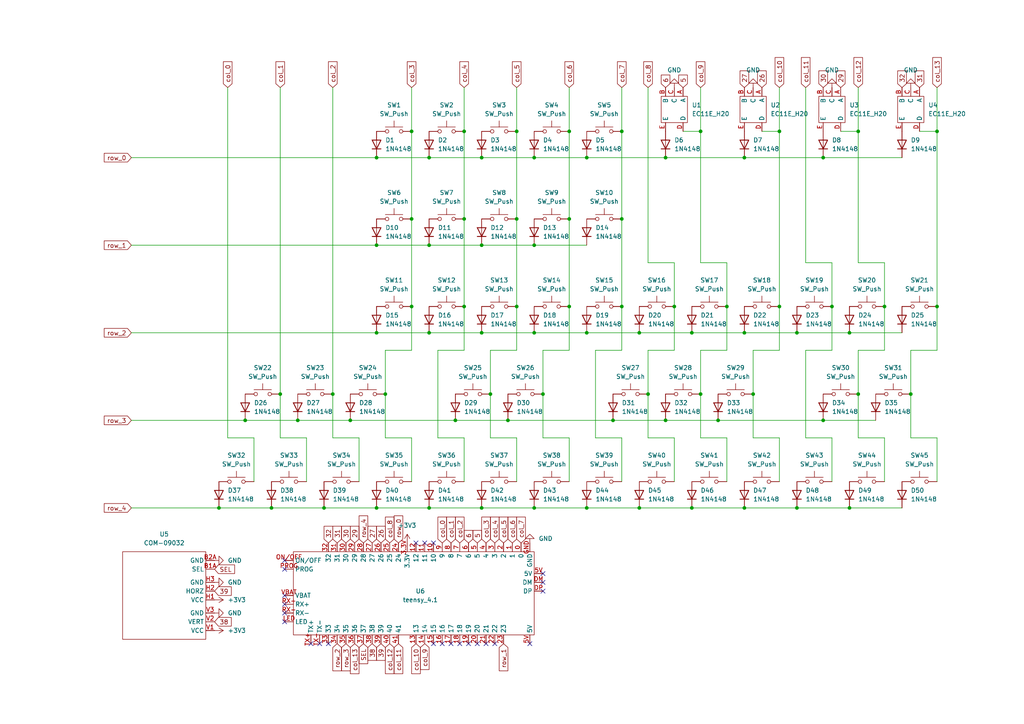
<source format=kicad_sch>
(kicad_sch (version 20211123) (generator eeschema)
  (paper "A4")
  (junction (at 119.38 38.1))
  (junction (at 134.62 38.1))
  (junction (at 203.2 38.1))
  (junction (at 81.28 114.3))
  (junction (at 264.16 114.3))
  (junction (at 149.86 63.5))
  (junction (at 86.36 121.92))
  (junction (at 63.5 147.32))
  (junction (at 111.76 114.3))
  (junction (at 157.48 114.3))
  (junction (at 246.38 147.32))
  (junction (at 271.78 38.1))
  (junction (at 71.12 121.92))
  (junction (at 132.08 121.92))
  (junction (at 96.52 114.3))
  (junction (at 193.04 45.72))
  (junction (at 165.1 63.5))
  (junction (at 177.8 121.92))
  (junction (at 215.9 96.52))
  (junction (at 109.22 147.32))
  (junction (at 93.98 147.32))
  (junction (at 165.1 88.9))
  (junction (at 180.34 88.9))
  (junction (at 218.44 114.3))
  (junction (at 109.22 45.72))
  (junction (at 119.38 63.5))
  (junction (at 187.96 114.3))
  (junction (at 226.06 88.9))
  (junction (at 139.7 71.12))
  (junction (at 248.92 38.1))
  (junction (at 134.62 88.9))
  (junction (at 241.3 88.9))
  (junction (at 149.86 88.9))
  (junction (at 154.94 45.72))
  (junction (at 154.94 147.32))
  (junction (at 231.14 147.32))
  (junction (at 271.78 88.9))
  (junction (at 193.04 121.92))
  (junction (at 208.28 121.92))
  (junction (at 165.1 38.1))
  (junction (at 195.58 88.9))
  (junction (at 154.94 71.12))
  (junction (at 200.66 147.32))
  (junction (at 139.7 147.32))
  (junction (at 238.76 45.72))
  (junction (at 124.46 147.32))
  (junction (at 78.74 147.32))
  (junction (at 170.18 45.72))
  (junction (at 185.42 147.32))
  (junction (at 246.38 96.52))
  (junction (at 170.18 96.52))
  (junction (at 124.46 45.72))
  (junction (at 170.18 147.32))
  (junction (at 119.38 88.9))
  (junction (at 124.46 96.52))
  (junction (at 142.24 114.3))
  (junction (at 101.6 121.92))
  (junction (at 109.22 96.52))
  (junction (at 256.54 88.9))
  (junction (at 147.32 121.92))
  (junction (at 124.46 71.12))
  (junction (at 231.14 96.52))
  (junction (at 139.7 45.72))
  (junction (at 180.34 38.1))
  (junction (at 210.82 88.9))
  (junction (at 215.9 147.32))
  (junction (at 215.9 45.72))
  (junction (at 248.92 114.3))
  (junction (at 180.34 63.5))
  (junction (at 134.62 63.5))
  (junction (at 200.66 96.52))
  (junction (at 139.7 96.52))
  (junction (at 149.86 38.1))
  (junction (at 185.42 96.52))
  (junction (at 203.2 114.3))
  (junction (at 226.06 38.1))
  (junction (at 109.22 71.12))
  (junction (at 154.94 96.52))
  (junction (at 238.76 121.92))
  (no_connect (at 82.55 180.34))
  (no_connect (at 82.55 177.8))
  (no_connect (at 82.55 175.26))
  (no_connect (at 82.55 172.72))
  (no_connect (at 82.55 165.1))
  (no_connect (at 125.73 157.48))
  (no_connect (at 123.19 157.48))
  (no_connect (at 120.65 157.48))
  (no_connect (at 157.48 171.45))
  (no_connect (at 157.48 168.91))
  (no_connect (at 157.48 166.37))
  (no_connect (at 125.73 186.69))
  (no_connect (at 140.97 186.69))
  (no_connect (at 138.43 186.69))
  (no_connect (at 153.67 186.69))
  (no_connect (at 143.51 186.69))
  (no_connect (at 135.89 186.69))
  (no_connect (at 90.17 186.69))
  (no_connect (at 95.25 186.69))
  (no_connect (at 92.71 186.69))
  (no_connect (at 133.35 186.69))
  (no_connect (at 128.27 186.69))
  (no_connect (at 130.81 186.69))
  (no_connect (at 82.55 162.56))
  (wire (pts (xy 165.1 88.9) (xy 165.1 101.6)))
  (wire (pts (xy 180.34 88.9) (xy 180.34 101.6)))
  (wire (pts (xy 218.44 101.6) (xy 226.06 101.6)))
  (wire (pts (xy 157.48 127) (xy 165.1 127)))
  (wire (pts (xy 203.2 25.4) (xy 203.2 38.1)))
  (wire (pts (xy 139.7 147.32) (xy 154.94 147.32)))
  (wire (pts (xy 157.48 101.6) (xy 157.48 114.3)))
  (wire (pts (xy 134.62 127) (xy 134.62 139.7)))
  (wire (pts (xy 220.98 38.1) (xy 226.06 38.1)))
  (wire (pts (xy 241.3 76.2) (xy 241.3 88.9)))
  (wire (pts (xy 187.96 101.6) (xy 187.96 114.3)))
  (wire (pts (xy 200.66 96.52) (xy 215.9 96.52)))
  (wire (pts (xy 195.58 127) (xy 195.58 139.7)))
  (wire (pts (xy 187.96 127) (xy 195.58 127)))
  (wire (pts (xy 180.34 38.1) (xy 180.34 63.5)))
  (wire (pts (xy 134.62 25.4) (xy 134.62 38.1)))
  (wire (pts (xy 271.78 38.1) (xy 271.78 88.9)))
  (wire (pts (xy 187.96 101.6) (xy 195.58 101.6)))
  (wire (pts (xy 96.52 127) (xy 104.14 127)))
  (wire (pts (xy 271.78 25.4) (xy 271.78 38.1)))
  (wire (pts (xy 256.54 127) (xy 256.54 139.7)))
  (wire (pts (xy 124.46 71.12) (xy 139.7 71.12)))
  (wire (pts (xy 154.94 96.52) (xy 170.18 96.52)))
  (wire (pts (xy 198.12 38.1) (xy 203.2 38.1)))
  (wire (pts (xy 71.12 121.92) (xy 86.36 121.92)))
  (wire (pts (xy 210.82 76.2) (xy 203.2 76.2)))
  (wire (pts (xy 63.5 147.32) (xy 78.74 147.32)))
  (wire (pts (xy 134.62 127) (xy 127 127)))
  (wire (pts (xy 142.24 101.6) (xy 149.86 101.6)))
  (wire (pts (xy 218.44 127) (xy 226.06 127)))
  (wire (pts (xy 154.94 147.32) (xy 170.18 147.32)))
  (wire (pts (xy 185.42 96.52) (xy 200.66 96.52)))
  (wire (pts (xy 185.42 147.32) (xy 200.66 147.32)))
  (wire (pts (xy 200.66 147.32) (xy 215.9 147.32)))
  (wire (pts (xy 238.76 121.92) (xy 254 121.92)))
  (wire (pts (xy 119.38 25.4) (xy 119.38 38.1)))
  (wire (pts (xy 233.68 25.4) (xy 233.68 76.2)))
  (wire (pts (xy 238.76 45.72) (xy 261.62 45.72)))
  (wire (pts (xy 147.32 121.92) (xy 177.8 121.92)))
  (wire (pts (xy 38.1 71.12) (xy 109.22 71.12)))
  (wire (pts (xy 119.38 38.1) (xy 119.38 63.5)))
  (wire (pts (xy 248.92 25.4) (xy 248.92 38.1)))
  (wire (pts (xy 38.1 147.32) (xy 63.5 147.32)))
  (wire (pts (xy 226.06 38.1) (xy 226.06 88.9)))
  (wire (pts (xy 264.16 114.3) (xy 264.16 127)))
  (wire (pts (xy 231.14 147.32) (xy 246.38 147.32)))
  (wire (pts (xy 226.06 127) (xy 226.06 139.7)))
  (wire (pts (xy 88.9 127) (xy 88.9 139.7)))
  (wire (pts (xy 124.46 45.72) (xy 139.7 45.72)))
  (wire (pts (xy 149.86 127) (xy 149.86 139.7)))
  (wire (pts (xy 139.7 45.72) (xy 154.94 45.72)))
  (wire (pts (xy 154.94 45.72) (xy 170.18 45.72)))
  (wire (pts (xy 241.3 127) (xy 233.68 127)))
  (wire (pts (xy 241.3 127) (xy 241.3 139.7)))
  (wire (pts (xy 195.58 88.9) (xy 195.58 101.6)))
  (wire (pts (xy 195.58 76.2) (xy 187.96 76.2)))
  (wire (pts (xy 38.1 45.72) (xy 109.22 45.72)))
  (wire (pts (xy 203.2 114.3) (xy 203.2 127)))
  (wire (pts (xy 243.84 38.1) (xy 248.92 38.1)))
  (wire (pts (xy 203.2 101.6) (xy 210.82 101.6)))
  (wire (pts (xy 187.96 114.3) (xy 187.96 127)))
  (wire (pts (xy 177.8 121.92) (xy 193.04 121.92)))
  (wire (pts (xy 101.6 121.92) (xy 132.08 121.92)))
  (wire (pts (xy 109.22 45.72) (xy 124.46 45.72)))
  (wire (pts (xy 165.1 38.1) (xy 165.1 63.5)))
  (wire (pts (xy 172.72 101.6) (xy 180.34 101.6)))
  (wire (pts (xy 215.9 45.72) (xy 238.76 45.72)))
  (wire (pts (xy 180.34 25.4) (xy 180.34 38.1)))
  (wire (pts (xy 256.54 76.2) (xy 248.92 76.2)))
  (wire (pts (xy 109.22 96.52) (xy 124.46 96.52)))
  (wire (pts (xy 111.76 114.3) (xy 111.76 127)))
  (wire (pts (xy 73.66 127) (xy 66.04 127)))
  (wire (pts (xy 127 127) (xy 127 101.6)))
  (wire (pts (xy 111.76 127) (xy 119.38 127)))
  (wire (pts (xy 256.54 76.2) (xy 256.54 88.9)))
  (wire (pts (xy 142.24 127) (xy 149.86 127)))
  (wire (pts (xy 86.36 121.92) (xy 101.6 121.92)))
  (wire (pts (xy 142.24 101.6) (xy 142.24 114.3)))
  (wire (pts (xy 81.28 114.3) (xy 81.28 127)))
  (wire (pts (xy 165.1 127) (xy 165.1 139.7)))
  (wire (pts (xy 165.1 25.4) (xy 165.1 38.1)))
  (wire (pts (xy 104.14 127) (xy 104.14 139.7)))
  (wire (pts (xy 203.2 101.6) (xy 203.2 114.3)))
  (wire (pts (xy 78.74 147.32) (xy 93.98 147.32)))
  (wire (pts (xy 149.86 88.9) (xy 149.86 101.6)))
  (wire (pts (xy 264.16 101.6) (xy 271.78 101.6)))
  (wire (pts (xy 215.9 147.32) (xy 231.14 147.32)))
  (wire (pts (xy 81.28 127) (xy 88.9 127)))
  (wire (pts (xy 111.76 101.6) (xy 111.76 114.3)))
  (wire (pts (xy 193.04 121.92) (xy 208.28 121.92)))
  (wire (pts (xy 124.46 147.32) (xy 139.7 147.32)))
  (wire (pts (xy 124.46 96.52) (xy 139.7 96.52)))
  (wire (pts (xy 119.38 127) (xy 119.38 139.7)))
  (wire (pts (xy 226.06 88.9) (xy 226.06 101.6)))
  (wire (pts (xy 248.92 101.6) (xy 248.92 114.3)))
  (wire (pts (xy 96.52 114.3) (xy 96.52 127)))
  (wire (pts (xy 271.78 127) (xy 271.78 139.7)))
  (wire (pts (xy 266.7 38.1) (xy 271.78 38.1)))
  (wire (pts (xy 38.1 96.52) (xy 109.22 96.52)))
  (wire (pts (xy 180.34 127) (xy 180.34 139.7)))
  (wire (pts (xy 157.48 101.6) (xy 165.1 101.6)))
  (wire (pts (xy 215.9 96.52) (xy 231.14 96.52)))
  (wire (pts (xy 96.52 25.4) (xy 96.52 114.3)))
  (wire (pts (xy 226.06 25.4) (xy 226.06 38.1)))
  (wire (pts (xy 172.72 127) (xy 172.72 101.6)))
  (wire (pts (xy 231.14 96.52) (xy 246.38 96.52)))
  (wire (pts (xy 203.2 38.1) (xy 203.2 76.2)))
  (wire (pts (xy 264.16 101.6) (xy 264.16 114.3)))
  (wire (pts (xy 134.62 38.1) (xy 134.62 63.5)))
  (wire (pts (xy 165.1 63.5) (xy 165.1 88.9)))
  (wire (pts (xy 170.18 45.72) (xy 193.04 45.72)))
  (wire (pts (xy 154.94 71.12) (xy 170.18 71.12)))
  (wire (pts (xy 81.28 25.4) (xy 81.28 114.3)))
  (wire (pts (xy 149.86 38.1) (xy 149.86 63.5)))
  (wire (pts (xy 210.82 76.2) (xy 210.82 88.9)))
  (wire (pts (xy 208.28 121.92) (xy 238.76 121.92)))
  (wire (pts (xy 38.1 121.92) (xy 71.12 121.92)))
  (wire (pts (xy 157.48 114.3) (xy 157.48 127)))
  (wire (pts (xy 142.24 114.3) (xy 142.24 127)))
  (wire (pts (xy 132.08 121.92) (xy 147.32 121.92)))
  (wire (pts (xy 111.76 101.6) (xy 119.38 101.6)))
  (wire (pts (xy 210.82 127) (xy 210.82 139.7)))
  (wire (pts (xy 109.22 71.12) (xy 124.46 71.12)))
  (wire (pts (xy 170.18 96.52) (xy 185.42 96.52)))
  (wire (pts (xy 218.44 101.6) (xy 218.44 114.3)))
  (wire (pts (xy 127 101.6) (xy 134.62 101.6)))
  (wire (pts (xy 193.04 45.72) (xy 215.9 45.72)))
  (wire (pts (xy 149.86 63.5) (xy 149.86 88.9)))
  (wire (pts (xy 180.34 127) (xy 172.72 127)))
  (wire (pts (xy 139.7 96.52) (xy 154.94 96.52)))
  (wire (pts (xy 180.34 63.5) (xy 180.34 88.9)))
  (wire (pts (xy 218.44 114.3) (xy 218.44 127)))
  (wire (pts (xy 109.22 147.32) (xy 124.46 147.32)))
  (wire (pts (xy 248.92 38.1) (xy 248.92 76.2)))
  (wire (pts (xy 210.82 88.9) (xy 210.82 101.6)))
  (wire (pts (xy 187.96 25.4) (xy 187.96 76.2)))
  (wire (pts (xy 264.16 127) (xy 271.78 127)))
  (wire (pts (xy 271.78 88.9) (xy 271.78 101.6)))
  (wire (pts (xy 248.92 114.3) (xy 248.92 127)))
  (wire (pts (xy 119.38 88.9) (xy 119.38 101.6)))
  (wire (pts (xy 203.2 127) (xy 210.82 127)))
  (wire (pts (xy 241.3 88.9) (xy 241.3 101.6)))
  (wire (pts (xy 233.68 127) (xy 233.68 101.6)))
  (wire (pts (xy 246.38 96.52) (xy 261.62 96.52)))
  (wire (pts (xy 134.62 63.5) (xy 134.62 88.9)))
  (wire (pts (xy 93.98 147.32) (xy 109.22 147.32)))
  (wire (pts (xy 134.62 88.9) (xy 134.62 101.6)))
  (wire (pts (xy 119.38 63.5) (xy 119.38 88.9)))
  (wire (pts (xy 139.7 71.12) (xy 154.94 71.12)))
  (wire (pts (xy 241.3 76.2) (xy 233.68 76.2)))
  (wire (pts (xy 246.38 147.32) (xy 261.62 147.32)))
  (wire (pts (xy 248.92 101.6) (xy 256.54 101.6)))
  (wire (pts (xy 233.68 101.6) (xy 241.3 101.6)))
  (wire (pts (xy 248.92 127) (xy 256.54 127)))
  (wire (pts (xy 256.54 88.9) (xy 256.54 101.6)))
  (wire (pts (xy 195.58 76.2) (xy 195.58 88.9)))
  (wire (pts (xy 170.18 147.32) (xy 185.42 147.32)))
  (wire (pts (xy 149.86 25.4) (xy 149.86 38.1)))
  (wire (pts (xy 66.04 25.4) (xy 66.04 127)))
  (wire (pts (xy 73.66 127) (xy 73.66 139.7)))
  (global_label "SEL" (shape input) (at 62.23 165.1 0) (property "Intersheet References" "${INTERSHEET_REFS}" (effects hide)))
  (global_label "38" (shape input) (at 107.95 186.69 270) (property "Intersheet References" "${INTERSHEET_REFS}" (effects hide)))
  (global_label "row_1" (shape input) (at 146.05 186.69 270) (property "Intersheet References" "${INTERSHEET_REFS}" (effects hide)))
  (global_label "row_3" (shape input) (at 100.33 186.69 270) (property "Intersheet References" "${INTERSHEET_REFS}" (effects hide)))
  (global_label "col_9" (shape input) (at 123.19 186.69 270) (property "Intersheet References" "${INTERSHEET_REFS}" (effects hide)))
  (global_label "col_13" (shape input) (at 102.87 186.69 270) (property "Intersheet References" "${INTERSHEET_REFS}" (effects hide)))
  (global_label "col_1" (shape input) (at 81.28 25.4 90) (property "Intersheet References" "${INTERSHEET_REFS}" (effects hide)))
  (global_label "5" (shape input) (at 198.12 25.4 90) (property "Intersheet References" "${INTERSHEET_REFS}" (effects hide)))
  (global_label "31" (shape input) (at 97.79 157.48 90) (property "Intersheet References" "${INTERSHEET_REFS}" (effects hide)))
  (global_label "col_2" (shape input) (at 133.35 157.48 90) (property "Intersheet References" "${INTERSHEET_REFS}" (effects hide)))
  (global_label "col_3" (shape input) (at 119.38 25.4 90) (property "Intersheet References" "${INTERSHEET_REFS}" (effects hide)))
  (global_label "col_11" (shape input) (at 115.57 186.69 270) (property "Intersheet References" "${INTERSHEET_REFS}" (effects hide)))
  (global_label "row_1" (shape input) (at 38.1 71.12 180) (property "Intersheet References" "${INTERSHEET_REFS}" (effects hide)))
  (global_label "col_6" (shape input) (at 165.1 25.4 90) (property "Intersheet References" "${INTERSHEET_REFS}" (effects hide)))
  (global_label "31" (shape input) (at 266.7 25.4 90) (property "Intersheet References" "${INTERSHEET_REFS}" (effects hide)))
  (global_label "27" (shape input) (at 215.9 25.4 90) (property "Intersheet References" "${INTERSHEET_REFS}" (effects hide)))
  (global_label "col_0" (shape input) (at 66.04 25.4 90) (property "Intersheet References" "${INTERSHEET_REFS}" (effects hide)))
  (global_label "col_6" (shape input) (at 148.59 157.48 90) (property "Intersheet References" "${INTERSHEET_REFS}" (effects hide)))
  (global_label "26" (shape input) (at 110.49 157.48 90) (property "Intersheet References" "${INTERSHEET_REFS}" (effects hide)))
  (global_label "row_0" (shape input) (at 38.1 45.72 180) (property "Intersheet References" "${INTERSHEET_REFS}" (effects hide)))
  (global_label "col_9" (shape input) (at 203.2 25.4 90) (property "Intersheet References" "${INTERSHEET_REFS}" (effects hide)))
  (global_label "row_2" (shape input) (at 97.79 186.69 270) (property "Intersheet References" "${INTERSHEET_REFS}" (effects hide)))
  (global_label "col_11" (shape input) (at 233.68 25.4 90) (property "Intersheet References" "${INTERSHEET_REFS}" (effects hide)))
  (global_label "row_4" (shape input) (at 38.1 147.32 180) (property "Intersheet References" "${INTERSHEET_REFS}" (effects hide)))
  (global_label "col_10" (shape input) (at 120.65 186.69 270) (property "Intersheet References" "${INTERSHEET_REFS}" (effects hide)))
  (global_label "col_12" (shape input) (at 248.92 25.4 90) (property "Intersheet References" "${INTERSHEET_REFS}" (effects hide)))
  (global_label "col_8" (shape input) (at 187.96 25.4 90) (property "Intersheet References" "${INTERSHEET_REFS}" (effects hide)))
  (global_label "27" (shape input) (at 107.95 157.48 90) (property "Intersheet References" "${INTERSHEET_REFS}" (effects hide)))
  (global_label "col_7" (shape input) (at 180.34 25.4 90) (property "Intersheet References" "${INTERSHEET_REFS}" (effects hide)))
  (global_label "col_8" (shape input) (at 113.03 157.48 90) (property "Intersheet References" "${INTERSHEET_REFS}" (effects hide)))
  (global_label "32" (shape input) (at 95.25 157.48 90) (property "Intersheet References" "${INTERSHEET_REFS}" (effects hide)))
  (global_label "39" (shape input) (at 110.49 186.69 270) (property "Intersheet References" "${INTERSHEET_REFS}" (effects hide)))
  (global_label "col_13" (shape input) (at 271.78 25.4 90) (property "Intersheet References" "${INTERSHEET_REFS}" (effects hide)))
  (global_label "col_5" (shape input) (at 146.05 157.48 90) (property "Intersheet References" "${INTERSHEET_REFS}" (effects hide)))
  (global_label "row_0" (shape input) (at 115.57 157.48 90) (property "Intersheet References" "${INTERSHEET_REFS}" (effects hide)))
  (global_label "SEL" (shape input) (at 105.41 186.69 270) (property "Intersheet References" "${INTERSHEET_REFS}" (effects hide)))
  (global_label "col_5" (shape input) (at 149.86 25.4 90) (property "Intersheet References" "${INTERSHEET_REFS}" (effects hide)))
  (global_label "col_3" (shape input) (at 140.97 157.48 90) (property "Intersheet References" "${INTERSHEET_REFS}" (effects hide)))
  (global_label "col_0" (shape input) (at 128.27 157.48 90) (property "Intersheet References" "${INTERSHEET_REFS}" (effects hide)))
  (global_label "6" (shape input) (at 193.04 25.4 90) (property "Intersheet References" "${INTERSHEET_REFS}" (effects hide)))
  (global_label "col_4" (shape input) (at 134.62 25.4 90) (property "Intersheet References" "${INTERSHEET_REFS}" (effects hide)))
  (global_label "col_7" (shape input) (at 151.13 157.48 90) (property "Intersheet References" "${INTERSHEET_REFS}" (effects hide)))
  (global_label "col_12" (shape input) (at 113.03 186.69 270) (property "Intersheet References" "${INTERSHEET_REFS}" (effects hide)))
  (global_label "row_2" (shape input) (at 38.1 96.52 180) (property "Intersheet References" "${INTERSHEET_REFS}" (effects hide)))
  (global_label "38" (shape input) (at 62.23 180.34 0) (property "Intersheet References" "${INTERSHEET_REFS}" (effects hide)))
  (global_label "39" (shape input) (at 62.23 171.45 0) (property "Intersheet References" "${INTERSHEET_REFS}" (effects hide)))
  (global_label "col_2" (shape input) (at 96.52 25.4 90) (property "Intersheet References" "${INTERSHEET_REFS}" (effects hide)))
  (global_label "col_10" (shape input) (at 226.06 25.4 90) (property "Intersheet References" "${INTERSHEET_REFS}" (effects hide)))
  (global_label "32" (shape input) (at 261.62 25.4 90) (property "Intersheet References" "${INTERSHEET_REFS}" (effects hide)))
  (global_label "29" (shape input) (at 243.84 25.4 90) (property "Intersheet References" "${INTERSHEET_REFS}" (effects hide)))
  (global_label "29" (shape input) (at 102.87 157.48 90) (property "Intersheet References" "${INTERSHEET_REFS}" (effects hide)))
  (global_label "col_4" (shape input) (at 143.51 157.48 90) (property "Intersheet References" "${INTERSHEET_REFS}" (effects hide)))
  (global_label "26" (shape input) (at 220.98 25.4 90) (property "Intersheet References" "${INTERSHEET_REFS}" (effects hide)))
  (global_label "30" (shape input) (at 238.76 25.4 90) (property "Intersheet References" "${INTERSHEET_REFS}" (effects hide)))
  (global_label "30" (shape input) (at 100.33 157.48 90) (property "Intersheet References" "${INTERSHEET_REFS}" (effects hide)))
  (global_label "5" (shape input) (at 138.43 157.48 90) (property "Intersheet References" "${INTERSHEET_REFS}" (effects hide)))
  (global_label "row_4" (shape input) (at 105.41 157.48 90) (property "Intersheet References" "${INTERSHEET_REFS}" (effects hide)))
  (global_label "6" (shape input) (at 135.89 157.48 90) (property "Intersheet References" "${INTERSHEET_REFS}" (effects hide)))
  (global_label "row_3" (shape input) (at 38.1 121.92 180) (property "Intersheet References" "${INTERSHEET_REFS}" (effects hide)))
  (global_label "col_1" (shape input) (at 130.81 157.48 90) (property "Intersheet References" "${INTERSHEET_REFS}" (effects hide)))
  (symbol (lib_id "Diode:1N4148") (at 193.04 118.11 90) (unit 1)
    (property "Reference" "D32" (at 195.58 116.8399 90) (effects (justify right)))
    (property "Value" "1N4148" (at 195.58 119.3799 90) (effects (justify right)))
    (property "Footprint" "Diode_THT:D_DO-35_SOD27_P7.62mm_Horizontal" (effects hide))
    (property "Datasheet" "https://assets.nexperia.com/documents/data-sheet/1N4148_1N4448.pdf" (effects hide))
  )
  (symbol (lib_id "Switch:SW_Push") (at 114.3 63.5 0) (unit 1)
    (property "Reference" "SW6" (at 114.3 55.88 0))
    (property "Value" "SW_Push" (at 114.3 58.42 0))
    (property "Footprint" "Switch_Keyboard_Cherry_MX:SW_Cherry_MX_PCB_1.00u" (effects hide))
  )
  (symbol (lib_id "Switch:SW_Push") (at 175.26 88.9 0) (unit 1)
    (property "Reference" "SW15" (at 175.26 81.28 0))
    (property "Value" "SW_Push" (at 175.26 83.82 0))
    (property "Footprint" "Switch_Keyboard_Cherry_MX:SW_Cherry_MX_PCB_1.00u" (effects hide))
  )
  (symbol (lib_id "Diode:1N4148") (at 132.08 118.11 90) (unit 1)
    (property "Reference" "D29" (at 134.62 116.8399 90) (effects (justify right)))
    (property "Value" "1N4148" (at 134.62 119.3799 90) (effects (justify right)))
    (property "Footprint" "Diode_THT:D_DO-35_SOD27_P7.62mm_Horizontal" (effects hide))
    (property "Datasheet" "https://assets.nexperia.com/documents/data-sheet/1N4148_1N4448.pdf" (effects hide))
  )
  (symbol (lib_id "Diode:1N4148") (at 139.7 67.31 90) (unit 1)
    (property "Reference" "D12" (at 142.24 66.0399 90) (effects (justify right)))
    (property "Value" "1N4148" (at 142.24 68.5799 90) (effects (justify right)))
    (property "Footprint" "Diode_THT:D_DO-35_SOD27_P7.62mm_Horizontal" (effects hide))
    (property "Datasheet" "https://assets.nexperia.com/documents/data-sheet/1N4148_1N4448.pdf" (effects hide))
  )
  (symbol (lib_id "Diode:1N4148") (at 139.7 143.51 90) (unit 1)
    (property "Reference" "D42" (at 142.24 142.2399 90) (effects (justify right)))
    (property "Value" "1N4148" (at 142.24 144.7799 90) (effects (justify right)))
    (property "Footprint" "Diode_THT:D_DO-35_SOD27_P7.62mm_Horizontal" (effects hide))
    (property "Datasheet" "https://assets.nexperia.com/documents/data-sheet/1N4148_1N4448.pdf" (effects hide))
  )
  (symbol (lib_id "Switch:SW_Push") (at 76.2 114.3 0) (unit 1)
    (property "Reference" "SW22" (at 76.2 106.68 0))
    (property "Value" "SW_Push" (at 76.2 109.22 0))
    (property "Footprint" "Switch_Keyboard_Cherry_MX:SW_Cherry_MX_PCB_1.00u" (effects hide))
  )
  (symbol (lib_id "Diode:1N4148") (at 200.66 92.71 90) (unit 1)
    (property "Reference" "D21" (at 203.2 91.4399 90) (effects (justify right)))
    (property "Value" "1N4148" (at 203.2 93.9799 90) (effects (justify right)))
    (property "Footprint" "Diode_THT:D_DO-35_SOD27_P7.62mm_Horizontal" (effects hide))
    (property "Datasheet" "https://assets.nexperia.com/documents/data-sheet/1N4148_1N4448.pdf" (effects hide))
  )
  (symbol (lib_id "Switch:SW_Push") (at 144.78 38.1 0) (unit 1)
    (property "Reference" "SW3" (at 144.78 30.48 0))
    (property "Value" "SW_Push" (at 144.78 33.02 0))
    (property "Footprint" "Switch_Keyboard_Cherry_MX:SW_Cherry_MX_PCB_1.00u" (effects hide))
  )
  (symbol (lib_id "Diode:1N4148") (at 170.18 41.91 90) (unit 1)
    (property "Reference" "D5" (at 172.72 40.6399 90) (effects (justify right)))
    (property "Value" "1N4148" (at 172.72 43.1799 90) (effects (justify right)))
    (property "Footprint" "Diode_THT:D_DO-35_SOD27_P7.62mm_Horizontal" (effects hide))
    (property "Datasheet" "https://assets.nexperia.com/documents/data-sheet/1N4148_1N4448.pdf" (effects hide))
  )
  (symbol (lib_id "Diode:1N4148") (at 154.94 143.51 90) (unit 1)
    (property "Reference" "D43" (at 157.48 142.2399 90) (effects (justify right)))
    (property "Value" "1N4148" (at 157.48 144.7799 90) (effects (justify right)))
    (property "Footprint" "Diode_THT:D_DO-35_SOD27_P7.62mm_Horizontal" (effects hide))
    (property "Datasheet" "https://assets.nexperia.com/documents/data-sheet/1N4148_1N4448.pdf" (effects hide))
  )
  (symbol (lib_id "Diode:1N4148") (at 254 118.11 90) (unit 1)
    (property "Reference" "D35" (at 256.54 116.8399 90) (effects (justify right)))
    (property "Value" "1N4148" (at 256.54 119.3799 90) (effects (justify right)))
    (property "Footprint" "Diode_THT:D_DO-35_SOD27_P7.62mm_Horizontal" (effects hide))
    (property "Datasheet" "https://assets.nexperia.com/documents/data-sheet/1N4148_1N4448.pdf" (effects hide))
  )
  (symbol (lib_id "Switch:SW_Push") (at 83.82 139.7 0) (unit 1)
    (property "Reference" "SW33" (at 83.82 132.08 0))
    (property "Value" "SW_Push" (at 83.82 134.62 0))
    (property "Footprint" "Switch_Keyboard_Cherry_MX:SW_Cherry_MX_PCB_1.00u" (effects hide))
  )
  (symbol (lib_id "Diode:1N4148") (at 261.62 41.91 90) (unit 1)
    (property "Reference" "D9" (at 264.16 40.6399 90) (effects (justify right)))
    (property "Value" "1N4148" (at 264.16 43.1799 90) (effects (justify right)))
    (property "Footprint" "Diode_THT:D_DO-35_SOD27_P7.62mm_Horizontal" (effects hide))
    (property "Datasheet" "https://assets.nexperia.com/documents/data-sheet/1N4148_1N4448.pdf" (effects hide))
  )
  (symbol (lib_id "LMN:COM-09032") (at 46.99 171.45 180) (unit 1)
    (property "Reference" "U5" (at 47.625 154.94 0))
    (property "Value" "COM-09032" (at 47.625 157.48 0))
    (property "Footprint" "LMN:COM-09032" (effects hide))
  )
  (symbol (lib_id "Diode:1N4148") (at 261.62 92.71 90) (unit 1)
    (property "Reference" "D25" (at 264.16 91.4399 90) (effects (justify right)))
    (property "Value" "1N4148" (at 264.16 93.9799 90) (effects (justify right)))
    (property "Footprint" "Diode_THT:D_DO-35_SOD27_P7.62mm_Horizontal" (effects hide))
    (property "Datasheet" "https://assets.nexperia.com/documents/data-sheet/1N4148_1N4448.pdf" (effects hide))
  )
  (symbol (lib_id "Diode:1N4148") (at 193.04 41.91 90) (unit 1)
    (property "Reference" "D6" (at 195.58 40.6399 90) (effects (justify right)))
    (property "Value" "1N4148" (at 195.58 43.1799 90) (effects (justify right)))
    (property "Footprint" "Diode_THT:D_DO-35_SOD27_P7.62mm_Horizontal" (effects hide))
    (property "Datasheet" "https://assets.nexperia.com/documents/data-sheet/1N4148_1N4448.pdf" (effects hide))
  )
  (symbol (lib_id "Switch:SW_Push") (at 160.02 88.9 0) (unit 1)
    (property "Reference" "SW14" (at 160.02 81.28 0))
    (property "Value" "SW_Push" (at 160.02 83.82 0))
    (property "Footprint" "Switch_Keyboard_Cherry_MX:SW_Cherry_MX_PCB_1.00u" (effects hide))
  )
  (symbol (lib_id "Diode:1N4148") (at 109.22 41.91 90) (unit 1)
    (property "Reference" "D1" (at 111.76 40.6399 90) (effects (justify right)))
    (property "Value" "1N4148" (at 111.76 43.1799 90) (effects (justify right)))
    (property "Footprint" "Diode_THT:D_DO-35_SOD27_P7.62mm_Horizontal" (effects hide))
    (property "Datasheet" "https://assets.nexperia.com/documents/data-sheet/1N4148_1N4448.pdf" (effects hide))
  )
  (symbol (lib_id "Switch:SW_Push") (at 266.7 139.7 0) (unit 1)
    (property "Reference" "SW45" (at 266.7 132.08 0))
    (property "Value" "SW_Push" (at 266.7 134.62 0))
    (property "Footprint" "Switch_Keyboard_Cherry_MX:SW_Cherry_MX_PCB_1.00u" (effects hide))
  )
  (symbol (lib_id "Switch:SW_Push") (at 205.74 139.7 0) (unit 1)
    (property "Reference" "SW41" (at 205.74 132.08 0))
    (property "Value" "SW_Push" (at 205.74 134.62 0))
    (property "Footprint" "Switch_Keyboard_Cherry_MX:SW_Cherry_MX_PCB_1.00u" (effects hide))
  )
  (symbol (lib_id "Switch:SW_Push") (at 251.46 88.9 0) (unit 1)
    (property "Reference" "SW20" (at 251.46 81.28 0))
    (property "Value" "SW_Push" (at 251.46 83.82 0))
    (property "Footprint" "Switch_Keyboard_Cherry_MX:SW_Cherry_MX_PCB_1.00u" (effects hide))
  )
  (symbol (lib_id "LMN:teensy_4.1") (at 121.92 172.72 270) (unit 1)
    (property "Reference" "U6" (at 121.92 171.45 90))
    (property "Value" "teensy_4.1" (at 121.92 173.99 90))
    (property "Footprint" "LMN:teensy_4.1" (effects hide))
  )
  (symbol (lib_id "Diode:1N4148") (at 185.42 92.71 90) (unit 1)
    (property "Reference" "D20" (at 187.96 91.4399 90) (effects (justify right)))
    (property "Value" "1N4148" (at 187.96 93.9799 90) (effects (justify right)))
    (property "Footprint" "Diode_THT:D_DO-35_SOD27_P7.62mm_Horizontal" (effects hide))
    (property "Datasheet" "https://assets.nexperia.com/documents/data-sheet/1N4148_1N4448.pdf" (effects hide))
  )
  (symbol (lib_id "Diode:1N4148") (at 238.76 41.91 90) (unit 1)
    (property "Reference" "D8" (at 241.3 40.6399 90) (effects (justify right)))
    (property "Value" "1N4148" (at 241.3 43.1799 90) (effects (justify right)))
    (property "Footprint" "Diode_THT:D_DO-35_SOD27_P7.62mm_Horizontal" (effects hide))
    (property "Datasheet" "https://assets.nexperia.com/documents/data-sheet/1N4148_1N4448.pdf" (effects hide))
  )
  (symbol (lib_id "Diode:1N4148") (at 177.8 118.11 90) (unit 1)
    (property "Reference" "D31" (at 180.34 116.8399 90) (effects (justify right)))
    (property "Value" "1N4148" (at 180.34 119.3799 90) (effects (justify right)))
    (property "Footprint" "Diode_THT:D_DO-35_SOD27_P7.62mm_Horizontal" (effects hide))
    (property "Datasheet" "https://assets.nexperia.com/documents/data-sheet/1N4148_1N4448.pdf" (effects hide))
  )
  (symbol (lib_id "LMN:EC11E_H20") (at 212.09 25.4 270) (unit 1)
    (property "Reference" "U2" (at 223.52 30.4799 90) (effects (justify left)))
    (property "Value" "EC11E_H20" (at 223.52 33.0199 90) (effects (justify left)))
    (property "Footprint" "LMN:EC11E_H20" (effects hide))
  )
  (symbol (lib_id "Diode:1N4148") (at 215.9 143.51 90) (unit 1)
    (property "Reference" "D47" (at 218.44 142.2399 90) (effects (justify right)))
    (property "Value" "1N4148" (at 218.44 144.7799 90) (effects (justify right)))
    (property "Footprint" "Diode_THT:D_DO-35_SOD27_P7.62mm_Horizontal" (effects hide))
    (property "Datasheet" "https://assets.nexperia.com/documents/data-sheet/1N4148_1N4448.pdf" (effects hide))
  )
  (symbol (lib_id "Diode:1N4148") (at 124.46 143.51 90) (unit 1)
    (property "Reference" "D41" (at 127 142.2399 90) (effects (justify right)))
    (property "Value" "1N4148" (at 127 144.7799 90) (effects (justify right)))
    (property "Footprint" "Diode_THT:D_DO-35_SOD27_P7.62mm_Horizontal" (effects hide))
    (property "Datasheet" "https://assets.nexperia.com/documents/data-sheet/1N4148_1N4448.pdf" (effects hide))
  )
  (symbol (lib_id "Switch:SW_Push") (at 144.78 88.9 0) (unit 1)
    (property "Reference" "SW13" (at 144.78 81.28 0))
    (property "Value" "SW_Push" (at 144.78 83.82 0))
    (property "Footprint" "Switch_Keyboard_Cherry_MX:SW_Cherry_MX_PCB_1.00u" (effects hide))
  )
  (symbol (lib_id "Switch:SW_Push") (at 160.02 38.1 0) (unit 1)
    (property "Reference" "SW4" (at 160.02 30.48 0))
    (property "Value" "SW_Push" (at 160.02 33.02 0))
    (property "Footprint" "Switch_Keyboard_Cherry_MX:SW_Cherry_MX_PCB_1.00u" (effects hide))
  )
  (symbol (lib_id "Switch:SW_Push") (at 175.26 63.5 0) (unit 1)
    (property "Reference" "SW10" (at 175.26 55.88 0))
    (property "Value" "SW_Push" (at 175.26 58.42 0))
    (property "Footprint" "Switch_Keyboard_Cherry_MX:SW_Cherry_MX_PCB_1.00u" (effects hide))
  )
  (symbol (lib_id "Diode:1N4148") (at 109.22 67.31 90) (unit 1)
    (property "Reference" "D10" (at 111.76 66.0399 90) (effects (justify right)))
    (property "Value" "1N4148" (at 111.76 68.5799 90) (effects (justify right)))
    (property "Footprint" "Diode_THT:D_DO-35_SOD27_P7.62mm_Horizontal" (effects hide))
    (property "Datasheet" "https://assets.nexperia.com/documents/data-sheet/1N4148_1N4448.pdf" (effects hide))
  )
  (symbol (lib_id "Switch:SW_Push") (at 91.44 114.3 0) (unit 1)
    (property "Reference" "SW23" (at 91.44 106.68 0))
    (property "Value" "SW_Push" (at 91.44 109.22 0))
    (property "Footprint" "Switch_Keyboard_Cherry_MX:SW_Cherry_MX_PCB_1.00u" (effects hide))
  )
  (symbol (lib_id "Switch:SW_Push") (at 137.16 114.3 0) (unit 1)
    (property "Reference" "SW25" (at 137.16 106.68 0))
    (property "Value" "SW_Push" (at 137.16 109.22 0))
    (property "Footprint" "Switch_Keyboard_Cherry_MX:SW_Cherry_MX_PCB_1.00u" (effects hide))
  )
  (symbol (lib_id "Switch:SW_Push") (at 175.26 139.7 0) (unit 1)
    (property "Reference" "SW39" (at 175.26 132.08 0))
    (property "Value" "SW_Push" (at 175.26 134.62 0))
    (property "Footprint" "Switch_Keyboard_Cherry_MX:SW_Cherry_MX_PCB_1.00u" (effects hide))
  )
  (symbol (lib_id "Switch:SW_Push") (at 198.12 114.3 0) (unit 1)
    (property "Reference" "SW28" (at 198.12 106.68 0))
    (property "Value" "SW_Push" (at 198.12 109.22 0))
    (property "Footprint" "Switch_Keyboard_Cherry_MX:SW_Cherry_MX_PCB_1.00u" (effects hide))
  )
  (symbol (lib_id "Switch:SW_Push") (at 106.68 114.3 0) (unit 1)
    (property "Reference" "SW24" (at 106.68 106.68 0))
    (property "Value" "SW_Push" (at 106.68 109.22 0))
    (property "Footprint" "Switch_Keyboard_Cherry_MX:SW_Cherry_MX_PCB_1.00u" (effects hide))
  )
  (symbol (lib_id "power:GND") (at 62.23 177.8 90) (unit 1)
    (property "Reference" "#PWR0102" (effects hide))
    (property "Value" "GND" (at 66.04 177.7999 90) (effects (justify right)))
  )
  (symbol (lib_id "Diode:1N4148") (at 154.94 41.91 90) (unit 1)
    (property "Reference" "D4" (at 157.48 40.6399 90) (effects (justify right)))
    (property "Value" "1N4148" (at 157.48 43.1799 90) (effects (justify right)))
    (property "Footprint" "Diode_THT:D_DO-35_SOD27_P7.62mm_Horizontal" (effects hide))
    (property "Datasheet" "https://assets.nexperia.com/documents/data-sheet/1N4148_1N4448.pdf" (effects hide))
  )
  (symbol (lib_id "power:+3.3V") (at 118.11 157.48 0) (unit 1)
    (property "Reference" "#PWR0106" (effects hide))
    (property "Value" "+3.3V" (at 118.11 152.4 0))
  )
  (symbol (lib_id "Switch:SW_Push") (at 68.58 139.7 0) (unit 1)
    (property "Reference" "SW32" (at 68.58 132.08 0))
    (property "Value" "SW_Push" (at 68.58 134.62 0))
    (property "Footprint" "Switch_Keyboard_Cherry_MX:SW_Cherry_MX_PCB_1.00u" (effects hide))
  )
  (symbol (lib_id "Switch:SW_Push") (at 114.3 38.1 0) (unit 1)
    (property "Reference" "SW1" (at 114.3 30.48 0))
    (property "Value" "SW_Push" (at 114.3 33.02 0))
    (property "Footprint" "Switch_Keyboard_Cherry_MX:SW_Cherry_MX_PCB_1.00u" (effects hide))
  )
  (symbol (lib_id "Diode:1N4148") (at 86.36 118.11 90) (unit 1)
    (property "Reference" "D27" (at 88.9 116.8399 90) (effects (justify right)))
    (property "Value" "1N4148" (at 88.9 119.3799 90) (effects (justify right)))
    (property "Footprint" "Diode_THT:D_DO-35_SOD27_P7.62mm_Horizontal" (effects hide))
    (property "Datasheet" "https://assets.nexperia.com/documents/data-sheet/1N4148_1N4448.pdf" (effects hide))
  )
  (symbol (lib_id "power:+3.3V") (at 62.23 182.88 270) (unit 1)
    (property "Reference" "#PWR0103" (effects hide))
    (property "Value" "+3.3V" (at 66.04 182.8799 90) (effects (justify left)))
  )
  (symbol (lib_id "Switch:SW_Push") (at 236.22 88.9 0) (unit 1)
    (property "Reference" "SW19" (at 236.22 81.28 0))
    (property "Value" "SW_Push" (at 236.22 83.82 0))
    (property "Footprint" "Switch_Keyboard_Cherry_MX:SW_Cherry_MX_PCB_1.00u" (effects hide))
  )
  (symbol (lib_id "Diode:1N4148") (at 238.76 118.11 90) (unit 1)
    (property "Reference" "D34" (at 241.3 116.8399 90) (effects (justify right)))
    (property "Value" "1N4148" (at 241.3 119.3799 90) (effects (justify right)))
    (property "Footprint" "Diode_THT:D_DO-35_SOD27_P7.62mm_Horizontal" (effects hide))
    (property "Datasheet" "https://assets.nexperia.com/documents/data-sheet/1N4148_1N4448.pdf" (effects hide))
  )
  (symbol (lib_id "Diode:1N4148") (at 101.6 118.11 90) (unit 1)
    (property "Reference" "D28" (at 104.14 116.8399 90) (effects (justify right)))
    (property "Value" "1N4148" (at 104.14 119.3799 90) (effects (justify right)))
    (property "Footprint" "Diode_THT:D_DO-35_SOD27_P7.62mm_Horizontal" (effects hide))
    (property "Datasheet" "https://assets.nexperia.com/documents/data-sheet/1N4148_1N4448.pdf" (effects hide))
  )
  (symbol (lib_id "power:GND") (at 195.58 25.4 180) (unit 1)
    (property "Reference" "#PWR0107" (effects hide))
    (property "Value" "GND" (at 195.58 20.32 0))
  )
  (symbol (lib_id "LMN:EC11E_H20") (at 234.95 25.4 270) (unit 1)
    (property "Reference" "U3" (at 246.38 30.4799 90) (effects (justify left)))
    (property "Value" "EC11E_H20" (at 246.38 33.0199 90) (effects (justify left)))
    (property "Footprint" "LMN:EC11E_H20" (effects hide))
  )
  (symbol (lib_id "Diode:1N4148") (at 261.62 143.51 90) (unit 1)
    (property "Reference" "D50" (at 264.16 142.2399 90) (effects (justify right)))
    (property "Value" "1N4148" (at 264.16 144.7799 90) (effects (justify right)))
    (property "Footprint" "Diode_THT:D_DO-35_SOD27_P7.62mm_Horizontal" (effects hide))
    (property "Datasheet" "https://assets.nexperia.com/documents/data-sheet/1N4148_1N4448.pdf" (effects hide))
  )
  (symbol (lib_id "Switch:SW_Push") (at 129.54 139.7 0) (unit 1)
    (property "Reference" "SW36" (at 129.54 132.08 0))
    (property "Value" "SW_Push" (at 129.54 134.62 0))
    (property "Footprint" "Switch_Keyboard_Cherry_MX:SW_Cherry_MX_PCB_1.00u" (effects hide))
  )
  (symbol (lib_id "Switch:SW_Push") (at 205.74 88.9 0) (unit 1)
    (property "Reference" "SW17" (at 205.74 81.28 0))
    (property "Value" "SW_Push" (at 205.74 83.82 0))
    (property "Footprint" "Switch_Keyboard_Cherry_MX:SW_Cherry_MX_PCB_1.00u" (effects hide))
  )
  (symbol (lib_id "LMN:EC11E_H20") (at 189.23 25.4 270) (unit 1)
    (property "Reference" "U1" (at 200.66 30.4799 90) (effects (justify left)))
    (property "Value" "EC11E_H20" (at 200.66 33.0199 90) (effects (justify left)))
    (property "Footprint" "LMN:EC11E_H20" (effects hide))
  )
  (symbol (lib_id "Diode:1N4148") (at 231.14 143.51 90) (unit 1)
    (property "Reference" "D48" (at 233.68 142.2399 90) (effects (justify right)))
    (property "Value" "1N4148" (at 233.68 144.7799 90) (effects (justify right)))
    (property "Footprint" "Diode_THT:D_DO-35_SOD27_P7.62mm_Horizontal" (effects hide))
    (property "Datasheet" "https://assets.nexperia.com/documents/data-sheet/1N4148_1N4448.pdf" (effects hide))
  )
  (symbol (lib_id "Diode:1N4148") (at 246.38 92.71 90) (unit 1)
    (property "Reference" "D24" (at 248.92 91.4399 90) (effects (justify right)))
    (property "Value" "1N4148" (at 248.92 93.9799 90) (effects (justify right)))
    (property "Footprint" "Diode_THT:D_DO-35_SOD27_P7.62mm_Horizontal" (effects hide))
    (property "Datasheet" "https://assets.nexperia.com/documents/data-sheet/1N4148_1N4448.pdf" (effects hide))
  )
  (symbol (lib_id "Diode:1N4148") (at 139.7 41.91 90) (unit 1)
    (property "Reference" "D3" (at 142.24 40.6399 90) (effects (justify right)))
    (property "Value" "1N4148" (at 142.24 43.1799 90) (effects (justify right)))
    (property "Footprint" "Diode_THT:D_DO-35_SOD27_P7.62mm_Horizontal" (effects hide))
    (property "Datasheet" "https://assets.nexperia.com/documents/data-sheet/1N4148_1N4448.pdf" (effects hide))
  )
  (symbol (lib_id "Switch:SW_Push") (at 114.3 139.7 0) (unit 1)
    (property "Reference" "SW35" (at 114.3 132.08 0))
    (property "Value" "SW_Push" (at 114.3 134.62 0))
    (property "Footprint" "Switch_Keyboard_Cherry_MX:SW_Cherry_MX_PCB_1.00u" (effects hide))
  )
  (symbol (lib_id "Diode:1N4148") (at 71.12 118.11 90) (unit 1)
    (property "Reference" "D26" (at 73.66 116.8399 90) (effects (justify right)))
    (property "Value" "1N4148" (at 73.66 119.3799 90) (effects (justify right)))
    (property "Footprint" "Diode_THT:D_DO-35_SOD27_P7.62mm_Horizontal" (effects hide))
    (property "Datasheet" "https://assets.nexperia.com/documents/data-sheet/1N4148_1N4448.pdf" (effects hide))
  )
  (symbol (lib_id "power:GND") (at 62.23 168.91 90) (unit 1)
    (property "Reference" "#PWR0101" (effects hide))
    (property "Value" "GND" (at 66.04 168.9099 90) (effects (justify right)))
  )
  (symbol (lib_id "Diode:1N4148") (at 63.5 143.51 90) (unit 1)
    (property "Reference" "D37" (at 66.04 142.2399 90) (effects (justify right)))
    (property "Value" "1N4148" (at 66.04 144.7799 90) (effects (justify right)))
    (property "Footprint" "Diode_THT:D_DO-35_SOD27_P7.62mm_Horizontal" (effects hide))
    (property "Datasheet" "https://assets.nexperia.com/documents/data-sheet/1N4148_1N4448.pdf" (effects hide))
  )
  (symbol (lib_id "power:GND") (at 241.3 25.4 180) (unit 1)
    (property "Reference" "#PWR0110" (effects hide))
    (property "Value" "GND" (at 241.3 20.32 0))
  )
  (symbol (lib_id "Diode:1N4148") (at 139.7 92.71 90) (unit 1)
    (property "Reference" "D17" (at 142.24 91.4399 90) (effects (justify right)))
    (property "Value" "1N4148" (at 142.24 93.9799 90) (effects (justify right)))
    (property "Footprint" "Diode_THT:D_DO-35_SOD27_P7.62mm_Horizontal" (effects hide))
    (property "Datasheet" "https://assets.nexperia.com/documents/data-sheet/1N4148_1N4448.pdf" (effects hide))
  )
  (symbol (lib_id "Switch:SW_Push") (at 175.26 38.1 0) (unit 1)
    (property "Reference" "SW5" (at 175.26 30.48 0))
    (property "Value" "SW_Push" (at 175.26 33.02 0))
    (property "Footprint" "Switch_Keyboard_Cherry_MX:SW_Cherry_MX_PCB_1.00u" (effects hide))
  )
  (symbol (lib_id "Switch:SW_Push") (at 129.54 88.9 0) (unit 1)
    (property "Reference" "SW12" (at 129.54 81.28 0))
    (property "Value" "SW_Push" (at 129.54 83.82 0))
    (property "Footprint" "Switch_Keyboard_Cherry_MX:SW_Cherry_MX_PCB_1.00u" (effects hide))
  )
  (symbol (lib_id "Switch:SW_Push") (at 129.54 63.5 0) (unit 1)
    (property "Reference" "SW7" (at 129.54 55.88 0))
    (property "Value" "SW_Push" (at 129.54 58.42 0))
    (property "Footprint" "Switch_Keyboard_Cherry_MX:SW_Cherry_MX_PCB_1.00u" (effects hide))
  )
  (symbol (lib_id "Switch:SW_Push") (at 236.22 139.7 0) (unit 1)
    (property "Reference" "SW43" (at 236.22 132.08 0))
    (property "Value" "SW_Push" (at 236.22 134.62 0))
    (property "Footprint" "Switch_Keyboard_Cherry_MX:SW_Cherry_MX_PCB_1.00u" (effects hide))
  )
  (symbol (lib_id "Switch:SW_Push") (at 190.5 139.7 0) (unit 1)
    (property "Reference" "SW40" (at 190.5 132.08 0))
    (property "Value" "SW_Push" (at 190.5 134.62 0))
    (property "Footprint" "Switch_Keyboard_Cherry_MX:SW_Cherry_MX_PCB_1.00u" (effects hide))
  )
  (symbol (lib_id "Diode:1N4148") (at 124.46 92.71 90) (unit 1)
    (property "Reference" "D16" (at 127 91.4399 90) (effects (justify right)))
    (property "Value" "1N4148" (at 127 93.9799 90) (effects (justify right)))
    (property "Footprint" "Diode_THT:D_DO-35_SOD27_P7.62mm_Horizontal" (effects hide))
    (property "Datasheet" "https://assets.nexperia.com/documents/data-sheet/1N4148_1N4448.pdf" (effects hide))
  )
  (symbol (lib_id "Switch:SW_Push") (at 190.5 88.9 0) (unit 1)
    (property "Reference" "SW16" (at 190.5 81.28 0))
    (property "Value" "SW_Push" (at 190.5 83.82 0))
    (property "Footprint" "Switch_Keyboard_Cherry_MX:SW_Cherry_MX_PCB_1.00u" (effects hide))
  )
  (symbol (lib_id "Switch:SW_Push") (at 220.98 139.7 0) (unit 1)
    (property "Reference" "SW42" (at 220.98 132.08 0))
    (property "Value" "SW_Push" (at 220.98 134.62 0))
    (property "Footprint" "Switch_Keyboard_Cherry_MX:SW_Cherry_MX_PCB_1.00u" (effects hide))
  )
  (symbol (lib_id "Switch:SW_Push") (at 144.78 139.7 0) (unit 1)
    (property "Reference" "SW37" (at 144.78 132.08 0))
    (property "Value" "SW_Push" (at 144.78 134.62 0))
    (property "Footprint" "Switch_Keyboard_Cherry_MX:SW_Cherry_MX_PCB_1.00u" (effects hide))
  )
  (symbol (lib_id "Diode:1N4148") (at 124.46 67.31 90) (unit 1)
    (property "Reference" "D11" (at 127 66.0399 90) (effects (justify right)))
    (property "Value" "1N4148" (at 127 68.5799 90) (effects (justify right)))
    (property "Footprint" "Diode_THT:D_DO-35_SOD27_P7.62mm_Horizontal" (effects hide))
    (property "Datasheet" "https://assets.nexperia.com/documents/data-sheet/1N4148_1N4448.pdf" (effects hide))
  )
  (symbol (lib_id "Switch:SW_Push") (at 220.98 88.9 0) (unit 1)
    (property "Reference" "SW18" (at 220.98 81.28 0))
    (property "Value" "SW_Push" (at 220.98 83.82 0))
    (property "Footprint" "Switch_Keyboard_Cherry_MX:SW_Cherry_MX_PCB_1.00u" (effects hide))
  )
  (symbol (lib_id "Diode:1N4148") (at 154.94 67.31 90) (unit 1)
    (property "Reference" "D13" (at 157.48 66.0399 90) (effects (justify right)))
    (property "Value" "1N4148" (at 157.48 68.5799 90) (effects (justify right)))
    (property "Footprint" "Diode_THT:D_DO-35_SOD27_P7.62mm_Horizontal" (effects hide))
    (property "Datasheet" "https://assets.nexperia.com/documents/data-sheet/1N4148_1N4448.pdf" (effects hide))
  )
  (symbol (lib_id "Switch:SW_Push") (at 129.54 38.1 0) (unit 1)
    (property "Reference" "SW2" (at 129.54 30.48 0))
    (property "Value" "SW_Push" (at 129.54 33.02 0))
    (property "Footprint" "Switch_Keyboard_Cherry_MX:SW_Cherry_MX_PCB_1.00u" (effects hide))
  )
  (symbol (lib_id "Diode:1N4148") (at 215.9 41.91 90) (unit 1)
    (property "Reference" "D7" (at 218.44 40.6399 90) (effects (justify right)))
    (property "Value" "1N4148" (at 218.44 43.1799 90) (effects (justify right)))
    (property "Footprint" "Diode_THT:D_DO-35_SOD27_P7.62mm_Horizontal" (effects hide))
    (property "Datasheet" "https://assets.nexperia.com/documents/data-sheet/1N4148_1N4448.pdf" (effects hide))
  )
  (symbol (lib_id "Switch:SW_Push") (at 259.08 114.3 0) (unit 1)
    (property "Reference" "SW31" (at 259.08 106.68 0))
    (property "Value" "SW_Push" (at 259.08 109.22 0))
    (property "Footprint" "Switch_Keyboard_Cherry_MX:SW_Cherry_MX_PCB_1.00u" (effects hide))
  )
  (symbol (lib_id "Diode:1N4148") (at 231.14 92.71 90) (unit 1)
    (property "Reference" "D23" (at 233.68 91.4399 90) (effects (justify right)))
    (property "Value" "1N4148" (at 233.68 93.9799 90) (effects (justify right)))
    (property "Footprint" "Diode_THT:D_DO-35_SOD27_P7.62mm_Horizontal" (effects hide))
    (property "Datasheet" "https://assets.nexperia.com/documents/data-sheet/1N4148_1N4448.pdf" (effects hide))
  )
  (symbol (lib_id "power:GND") (at 218.44 25.4 180) (unit 1)
    (property "Reference" "#PWR0109" (effects hide))
    (property "Value" "GND" (at 218.44 20.32 0))
  )
  (symbol (lib_id "Diode:1N4148") (at 170.18 92.71 90) (unit 1)
    (property "Reference" "D19" (at 172.72 91.4399 90) (effects (justify right)))
    (property "Value" "1N4148" (at 172.72 93.9799 90) (effects (justify right)))
    (property "Footprint" "Diode_THT:D_DO-35_SOD27_P7.62mm_Horizontal" (effects hide))
    (property "Datasheet" "https://assets.nexperia.com/documents/data-sheet/1N4148_1N4448.pdf" (effects hide))
  )
  (symbol (lib_id "power:GND") (at 153.67 157.48 180) (unit 1)
    (property "Reference" "#PWR0105" (effects hide))
    (property "Value" "GND" (at 156.21 156.2099 0) (effects (justify right)))
  )
  (symbol (lib_id "Diode:1N4148") (at 200.66 143.51 90) (unit 1)
    (property "Reference" "D46" (at 203.2 142.2399 90) (effects (justify right)))
    (property "Value" "1N4148" (at 203.2 144.7799 90) (effects (justify right)))
    (property "Footprint" "Diode_THT:D_DO-35_SOD27_P7.62mm_Horizontal" (effects hide))
    (property "Datasheet" "https://assets.nexperia.com/documents/data-sheet/1N4148_1N4448.pdf" (effects hide))
  )
  (symbol (lib_id "Diode:1N4148") (at 93.98 143.51 90) (unit 1)
    (property "Reference" "D39" (at 96.52 142.2399 90) (effects (justify right)))
    (property "Value" "1N4148" (at 96.52 144.7799 90) (effects (justify right)))
    (property "Footprint" "Diode_THT:D_DO-35_SOD27_P7.62mm_Horizontal" (effects hide))
    (property "Datasheet" "https://assets.nexperia.com/documents/data-sheet/1N4148_1N4448.pdf" (effects hide))
  )
  (symbol (lib_id "Diode:1N4148") (at 78.74 143.51 90) (unit 1)
    (property "Reference" "D38" (at 81.28 142.2399 90) (effects (justify right)))
    (property "Value" "1N4148" (at 81.28 144.7799 90) (effects (justify right)))
    (property "Footprint" "Diode_THT:D_DO-35_SOD27_P7.62mm_Horizontal" (effects hide))
    (property "Datasheet" "https://assets.nexperia.com/documents/data-sheet/1N4148_1N4448.pdf" (effects hide))
  )
  (symbol (lib_id "Diode:1N4148") (at 154.94 92.71 90) (unit 1)
    (property "Reference" "D18" (at 157.48 91.4399 90) (effects (justify right)))
    (property "Value" "1N4148" (at 157.48 93.9799 90) (effects (justify right)))
    (property "Footprint" "Diode_THT:D_DO-35_SOD27_P7.62mm_Horizontal" (effects hide))
    (property "Datasheet" "https://assets.nexperia.com/documents/data-sheet/1N4148_1N4448.pdf" (effects hide))
  )
  (symbol (lib_id "Switch:SW_Push") (at 182.88 114.3 0) (unit 1)
    (property "Reference" "SW27" (at 182.88 106.68 0))
    (property "Value" "SW_Push" (at 182.88 109.22 0))
    (property "Footprint" "Switch_Keyboard_Cherry_MX:SW_Cherry_MX_PCB_1.00u" (effects hide))
  )
  (symbol (lib_id "Diode:1N4148") (at 109.22 143.51 90) (unit 1)
    (property "Reference" "D40" (at 111.76 142.2399 90) (effects (justify right)))
    (property "Value" "1N4148" (at 111.76 144.7799 90) (effects (justify right)))
    (property "Footprint" "Diode_THT:D_DO-35_SOD27_P7.62mm_Horizontal" (effects hide))
    (property "Datasheet" "https://assets.nexperia.com/documents/data-sheet/1N4148_1N4448.pdf" (effects hide))
  )
  (symbol (lib_id "Switch:SW_Push") (at 266.7 88.9 0) (unit 1)
    (property "Reference" "SW21" (at 266.7 81.28 0))
    (property "Value" "SW_Push" (at 266.7 83.82 0))
    (property "Footprint" "Switch_Keyboard_Cherry_MX:SW_Cherry_MX_PCB_1.00u" (effects hide))
  )
  (symbol (lib_id "Switch:SW_Push") (at 243.84 114.3 0) (unit 1)
    (property "Reference" "SW30" (at 243.84 106.68 0))
    (property "Value" "SW_Push" (at 243.84 109.22 0))
    (property "Footprint" "Switch_Keyboard_Cherry_MX:SW_Cherry_MX_PCB_1.00u" (effects hide))
  )
  (symbol (lib_id "Switch:SW_Push") (at 144.78 63.5 0) (unit 1)
    (property "Reference" "SW8" (at 144.78 55.88 0))
    (property "Value" "SW_Push" (at 144.78 58.42 0))
    (property "Footprint" "Switch_Keyboard_Cherry_MX:SW_Cherry_MX_PCB_1.00u" (effects hide))
  )
  (symbol (lib_id "LMN:EC11E_H20") (at 257.81 25.4 270) (unit 1)
    (property "Reference" "U4" (at 269.24 30.4799 90) (effects (justify left)))
    (property "Value" "EC11E_H20" (at 269.24 33.0199 90) (effects (justify left)))
    (property "Footprint" "LMN:EC11E_H20" (effects hide))
  )
  (symbol (lib_id "Diode:1N4148") (at 246.38 143.51 90) (unit 1)
    (property "Reference" "D49" (at 248.92 142.2399 90) (effects (justify right)))
    (property "Value" "1N4148" (at 248.92 144.7799 90) (effects (justify right)))
    (property "Footprint" "Diode_THT:D_DO-35_SOD27_P7.62mm_Horizontal" (effects hide))
    (property "Datasheet" "https://assets.nexperia.com/documents/data-sheet/1N4148_1N4448.pdf" (effects hide))
  )
  (symbol (lib_id "Diode:1N4148") (at 215.9 92.71 90) (unit 1)
    (property "Reference" "D22" (at 218.44 91.4399 90) (effects (justify right)))
    (property "Value" "1N4148" (at 218.44 93.9799 90) (effects (justify right)))
    (property "Footprint" "Diode_THT:D_DO-35_SOD27_P7.62mm_Horizontal" (effects hide))
    (property "Datasheet" "https://assets.nexperia.com/documents/data-sheet/1N4148_1N4448.pdf" (effects hide))
  )
  (symbol (lib_id "Switch:SW_Push") (at 114.3 88.9 0) (unit 1)
    (property "Reference" "SW11" (at 114.3 81.28 0))
    (property "Value" "SW_Push" (at 114.3 83.82 0))
    (property "Footprint" "Switch_Keyboard_Cherry_MX:SW_Cherry_MX_PCB_1.00u" (effects hide))
  )
  (symbol (lib_id "Diode:1N4148") (at 185.42 143.51 90) (unit 1)
    (property "Reference" "D45" (at 187.96 142.2399 90) (effects (justify right)))
    (property "Value" "1N4148" (at 187.96 144.7799 90) (effects (justify right)))
    (property "Footprint" "Diode_THT:D_DO-35_SOD27_P7.62mm_Horizontal" (effects hide))
    (property "Datasheet" "https://assets.nexperia.com/documents/data-sheet/1N4148_1N4448.pdf" (effects hide))
  )
  (symbol (lib_id "power:GND") (at 62.23 162.56 90) (unit 1)
    (property "Reference" "#PWR0111" (effects hide))
    (property "Value" "GND" (at 66.04 162.5599 90) (effects (justify right)))
  )
  (symbol (lib_id "power:GND") (at 264.16 25.4 180) (unit 1)
    (property "Reference" "#PWR0108" (effects hide))
    (property "Value" "GND" (at 264.16 20.32 0))
  )
  (symbol (lib_id "Diode:1N4148") (at 147.32 118.11 90) (unit 1)
    (property "Reference" "D30" (at 149.86 116.8399 90) (effects (justify right)))
    (property "Value" "1N4148" (at 149.86 119.3799 90) (effects (justify right)))
    (property "Footprint" "Diode_THT:D_DO-35_SOD27_P7.62mm_Horizontal" (effects hide))
    (property "Datasheet" "https://assets.nexperia.com/documents/data-sheet/1N4148_1N4448.pdf" (effects hide))
  )
  (symbol (lib_id "Switch:SW_Push") (at 213.36 114.3 0) (unit 1)
    (property "Reference" "SW29" (at 213.36 106.68 0))
    (property "Value" "SW_Push" (at 213.36 109.22 0))
    (property "Footprint" "Switch_Keyboard_Cherry_MX:SW_Cherry_MX_PCB_1.00u" (effects hide))
  )
  (symbol (lib_id "Diode:1N4148") (at 109.22 92.71 90) (unit 1)
    (property "Reference" "D15" (at 111.76 91.4399 90) (effects (justify right)))
    (property "Value" "1N4148" (at 111.76 93.9799 90) (effects (justify right)))
    (property "Footprint" "Diode_THT:D_DO-35_SOD27_P7.62mm_Horizontal" (effects hide))
    (property "Datasheet" "https://assets.nexperia.com/documents/data-sheet/1N4148_1N4448.pdf" (effects hide))
  )
  (symbol (lib_id "Diode:1N4148") (at 170.18 143.51 90) (unit 1)
    (property "Reference" "D44" (at 172.72 142.2399 90) (effects (justify right)))
    (property "Value" "1N4148" (at 172.72 144.7799 90) (effects (justify right)))
    (property "Footprint" "Diode_THT:D_DO-35_SOD27_P7.62mm_Horizontal" (effects hide))
    (property "Datasheet" "https://assets.nexperia.com/documents/data-sheet/1N4148_1N4448.pdf" (effects hide))
  )
  (symbol (lib_id "Switch:SW_Push") (at 99.06 139.7 0) (unit 1)
    (property "Reference" "SW34" (at 99.06 132.08 0))
    (property "Value" "SW_Push" (at 99.06 134.62 0))
    (property "Footprint" "Switch_Keyboard_Cherry_MX:SW_Cherry_MX_PCB_1.00u" (effects hide))
  )
  (symbol (lib_id "Diode:1N4148") (at 124.46 41.91 90) (unit 1)
    (property "Reference" "D2" (at 127 40.6399 90) (effects (justify right)))
    (property "Value" "1N4148" (at 127 43.1799 90) (effects (justify right)))
    (property "Footprint" "Diode_THT:D_DO-35_SOD27_P7.62mm_Horizontal" (effects hide))
    (property "Datasheet" "https://assets.nexperia.com/documents/data-sheet/1N4148_1N4448.pdf" (effects hide))
  )
  (symbol (lib_id "Switch:SW_Push") (at 160.02 63.5 0) (unit 1)
    (property "Reference" "SW9" (at 160.02 55.88 0))
    (property "Value" "SW_Push" (at 160.02 58.42 0))
    (property "Footprint" "Switch_Keyboard_Cherry_MX:SW_Cherry_MX_PCB_1.00u" (effects hide))
  )
  (symbol (lib_id "Diode:1N4148") (at 170.18 67.31 90) (unit 1)
    (property "Reference" "D14" (at 172.72 66.0399 90) (effects (justify right)))
    (property "Value" "1N4148" (at 172.72 68.5799 90) (effects (justify right)))
    (property "Footprint" "Diode_THT:D_DO-35_SOD27_P7.62mm_Horizontal" (effects hide))
    (property "Datasheet" "https://assets.nexperia.com/documents/data-sheet/1N4148_1N4448.pdf" (effects hide))
  )
  (symbol (lib_id "power:+3.3V") (at 62.23 173.99 270) (unit 1)
    (property "Reference" "#PWR0104" (effects hide))
    (property "Value" "+3.3V" (at 66.04 173.9899 90) (effects (justify left)))
  )
  (symbol (lib_id "Switch:SW_Push") (at 152.4 114.3 0) (unit 1)
    (property "Reference" "SW26" (at 152.4 106.68 0))
    (property "Value" "SW_Push" (at 152.4 109.22 0))
    (property "Footprint" "Switch_Keyboard_Cherry_MX:SW_Cherry_MX_PCB_1.00u" (effects hide))
  )
  (symbol (lib_id "Diode:1N4148") (at 208.28 118.11 90) (unit 1)
    (property "Reference" "D33" (at 210.82 116.8399 90) (effects (justify right)))
    (property "Value" "1N4148" (at 210.82 119.3799 90) (effects (justify right)))
    (property "Footprint" "Diode_THT:D_DO-35_SOD27_P7.62mm_Horizontal" (effects hide))
    (property "Datasheet" "https://assets.nexperia.com/documents/data-sheet/1N4148_1N4448.pdf" (effects hide))
  )
  (symbol (lib_id "Switch:SW_Push") (at 160.02 139.7 0) (unit 1)
    (property "Reference" "SW38" (at 160.02 132.08 0))
    (property "Value" "SW_Push" (at 160.02 134.62 0))
    (property "Footprint" "Switch_Keyboard_Cherry_MX:SW_Cherry_MX_PCB_1.00u" (effects hide))
  )
  (symbol (lib_id "Switch:SW_Push") (at 251.46 139.7 0) (unit 1)
    (property "Reference" "SW44" (at 251.46 132.08 0))
    (property "Value" "SW_Push" (at 251.46 134.62 0))
    (property "Footprint" "Switch_Keyboard_Cherry_MX:SW_Cherry_MX_PCB_1.00u" (effects hide))
  )
)
</source>
